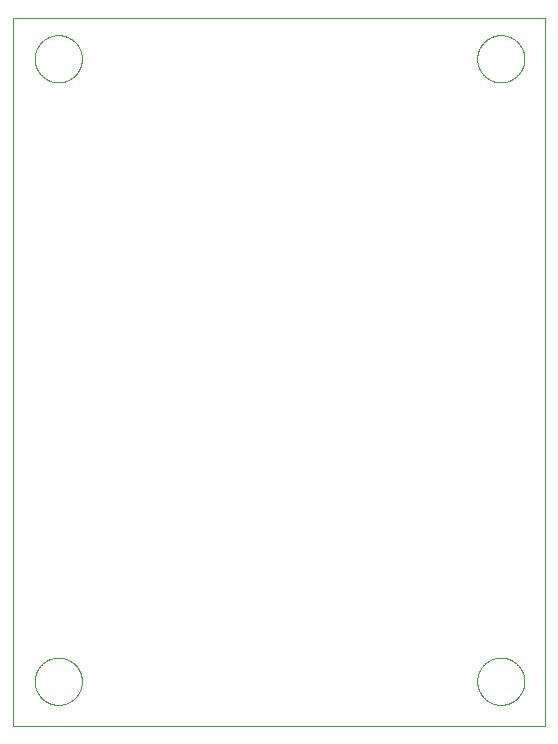
<source format=gko>
G75*
%MOIN*%
%OFA0B0*%
%FSLAX25Y25*%
%IPPOS*%
%LPD*%
%AMOC8*
5,1,8,0,0,1.08239X$1,22.5*
%
%ADD10C,0.00000*%
D10*
X0001787Y0001787D02*
X0001787Y0238008D01*
X0178953Y0238008D01*
X0178953Y0001787D01*
X0001787Y0001787D01*
X0008913Y0016787D02*
X0008915Y0016980D01*
X0008922Y0017173D01*
X0008934Y0017366D01*
X0008951Y0017559D01*
X0008972Y0017751D01*
X0008998Y0017942D01*
X0009029Y0018133D01*
X0009064Y0018323D01*
X0009104Y0018512D01*
X0009149Y0018700D01*
X0009198Y0018887D01*
X0009252Y0019073D01*
X0009310Y0019257D01*
X0009373Y0019440D01*
X0009441Y0019621D01*
X0009512Y0019800D01*
X0009589Y0019978D01*
X0009669Y0020154D01*
X0009754Y0020327D01*
X0009843Y0020499D01*
X0009936Y0020668D01*
X0010033Y0020835D01*
X0010135Y0021000D01*
X0010240Y0021162D01*
X0010349Y0021321D01*
X0010463Y0021478D01*
X0010580Y0021631D01*
X0010700Y0021782D01*
X0010825Y0021930D01*
X0010953Y0022075D01*
X0011084Y0022216D01*
X0011219Y0022355D01*
X0011358Y0022490D01*
X0011499Y0022621D01*
X0011644Y0022749D01*
X0011792Y0022874D01*
X0011943Y0022994D01*
X0012096Y0023111D01*
X0012253Y0023225D01*
X0012412Y0023334D01*
X0012574Y0023439D01*
X0012739Y0023541D01*
X0012906Y0023638D01*
X0013075Y0023731D01*
X0013247Y0023820D01*
X0013420Y0023905D01*
X0013596Y0023985D01*
X0013774Y0024062D01*
X0013953Y0024133D01*
X0014134Y0024201D01*
X0014317Y0024264D01*
X0014501Y0024322D01*
X0014687Y0024376D01*
X0014874Y0024425D01*
X0015062Y0024470D01*
X0015251Y0024510D01*
X0015441Y0024545D01*
X0015632Y0024576D01*
X0015823Y0024602D01*
X0016015Y0024623D01*
X0016208Y0024640D01*
X0016401Y0024652D01*
X0016594Y0024659D01*
X0016787Y0024661D01*
X0016980Y0024659D01*
X0017173Y0024652D01*
X0017366Y0024640D01*
X0017559Y0024623D01*
X0017751Y0024602D01*
X0017942Y0024576D01*
X0018133Y0024545D01*
X0018323Y0024510D01*
X0018512Y0024470D01*
X0018700Y0024425D01*
X0018887Y0024376D01*
X0019073Y0024322D01*
X0019257Y0024264D01*
X0019440Y0024201D01*
X0019621Y0024133D01*
X0019800Y0024062D01*
X0019978Y0023985D01*
X0020154Y0023905D01*
X0020327Y0023820D01*
X0020499Y0023731D01*
X0020668Y0023638D01*
X0020835Y0023541D01*
X0021000Y0023439D01*
X0021162Y0023334D01*
X0021321Y0023225D01*
X0021478Y0023111D01*
X0021631Y0022994D01*
X0021782Y0022874D01*
X0021930Y0022749D01*
X0022075Y0022621D01*
X0022216Y0022490D01*
X0022355Y0022355D01*
X0022490Y0022216D01*
X0022621Y0022075D01*
X0022749Y0021930D01*
X0022874Y0021782D01*
X0022994Y0021631D01*
X0023111Y0021478D01*
X0023225Y0021321D01*
X0023334Y0021162D01*
X0023439Y0021000D01*
X0023541Y0020835D01*
X0023638Y0020668D01*
X0023731Y0020499D01*
X0023820Y0020327D01*
X0023905Y0020154D01*
X0023985Y0019978D01*
X0024062Y0019800D01*
X0024133Y0019621D01*
X0024201Y0019440D01*
X0024264Y0019257D01*
X0024322Y0019073D01*
X0024376Y0018887D01*
X0024425Y0018700D01*
X0024470Y0018512D01*
X0024510Y0018323D01*
X0024545Y0018133D01*
X0024576Y0017942D01*
X0024602Y0017751D01*
X0024623Y0017559D01*
X0024640Y0017366D01*
X0024652Y0017173D01*
X0024659Y0016980D01*
X0024661Y0016787D01*
X0024659Y0016594D01*
X0024652Y0016401D01*
X0024640Y0016208D01*
X0024623Y0016015D01*
X0024602Y0015823D01*
X0024576Y0015632D01*
X0024545Y0015441D01*
X0024510Y0015251D01*
X0024470Y0015062D01*
X0024425Y0014874D01*
X0024376Y0014687D01*
X0024322Y0014501D01*
X0024264Y0014317D01*
X0024201Y0014134D01*
X0024133Y0013953D01*
X0024062Y0013774D01*
X0023985Y0013596D01*
X0023905Y0013420D01*
X0023820Y0013247D01*
X0023731Y0013075D01*
X0023638Y0012906D01*
X0023541Y0012739D01*
X0023439Y0012574D01*
X0023334Y0012412D01*
X0023225Y0012253D01*
X0023111Y0012096D01*
X0022994Y0011943D01*
X0022874Y0011792D01*
X0022749Y0011644D01*
X0022621Y0011499D01*
X0022490Y0011358D01*
X0022355Y0011219D01*
X0022216Y0011084D01*
X0022075Y0010953D01*
X0021930Y0010825D01*
X0021782Y0010700D01*
X0021631Y0010580D01*
X0021478Y0010463D01*
X0021321Y0010349D01*
X0021162Y0010240D01*
X0021000Y0010135D01*
X0020835Y0010033D01*
X0020668Y0009936D01*
X0020499Y0009843D01*
X0020327Y0009754D01*
X0020154Y0009669D01*
X0019978Y0009589D01*
X0019800Y0009512D01*
X0019621Y0009441D01*
X0019440Y0009373D01*
X0019257Y0009310D01*
X0019073Y0009252D01*
X0018887Y0009198D01*
X0018700Y0009149D01*
X0018512Y0009104D01*
X0018323Y0009064D01*
X0018133Y0009029D01*
X0017942Y0008998D01*
X0017751Y0008972D01*
X0017559Y0008951D01*
X0017366Y0008934D01*
X0017173Y0008922D01*
X0016980Y0008915D01*
X0016787Y0008913D01*
X0016594Y0008915D01*
X0016401Y0008922D01*
X0016208Y0008934D01*
X0016015Y0008951D01*
X0015823Y0008972D01*
X0015632Y0008998D01*
X0015441Y0009029D01*
X0015251Y0009064D01*
X0015062Y0009104D01*
X0014874Y0009149D01*
X0014687Y0009198D01*
X0014501Y0009252D01*
X0014317Y0009310D01*
X0014134Y0009373D01*
X0013953Y0009441D01*
X0013774Y0009512D01*
X0013596Y0009589D01*
X0013420Y0009669D01*
X0013247Y0009754D01*
X0013075Y0009843D01*
X0012906Y0009936D01*
X0012739Y0010033D01*
X0012574Y0010135D01*
X0012412Y0010240D01*
X0012253Y0010349D01*
X0012096Y0010463D01*
X0011943Y0010580D01*
X0011792Y0010700D01*
X0011644Y0010825D01*
X0011499Y0010953D01*
X0011358Y0011084D01*
X0011219Y0011219D01*
X0011084Y0011358D01*
X0010953Y0011499D01*
X0010825Y0011644D01*
X0010700Y0011792D01*
X0010580Y0011943D01*
X0010463Y0012096D01*
X0010349Y0012253D01*
X0010240Y0012412D01*
X0010135Y0012574D01*
X0010033Y0012739D01*
X0009936Y0012906D01*
X0009843Y0013075D01*
X0009754Y0013247D01*
X0009669Y0013420D01*
X0009589Y0013596D01*
X0009512Y0013774D01*
X0009441Y0013953D01*
X0009373Y0014134D01*
X0009310Y0014317D01*
X0009252Y0014501D01*
X0009198Y0014687D01*
X0009149Y0014874D01*
X0009104Y0015062D01*
X0009064Y0015251D01*
X0009029Y0015441D01*
X0008998Y0015632D01*
X0008972Y0015823D01*
X0008951Y0016015D01*
X0008934Y0016208D01*
X0008922Y0016401D01*
X0008915Y0016594D01*
X0008913Y0016787D01*
X0156413Y0016787D02*
X0156415Y0016980D01*
X0156422Y0017173D01*
X0156434Y0017366D01*
X0156451Y0017559D01*
X0156472Y0017751D01*
X0156498Y0017942D01*
X0156529Y0018133D01*
X0156564Y0018323D01*
X0156604Y0018512D01*
X0156649Y0018700D01*
X0156698Y0018887D01*
X0156752Y0019073D01*
X0156810Y0019257D01*
X0156873Y0019440D01*
X0156941Y0019621D01*
X0157012Y0019800D01*
X0157089Y0019978D01*
X0157169Y0020154D01*
X0157254Y0020327D01*
X0157343Y0020499D01*
X0157436Y0020668D01*
X0157533Y0020835D01*
X0157635Y0021000D01*
X0157740Y0021162D01*
X0157849Y0021321D01*
X0157963Y0021478D01*
X0158080Y0021631D01*
X0158200Y0021782D01*
X0158325Y0021930D01*
X0158453Y0022075D01*
X0158584Y0022216D01*
X0158719Y0022355D01*
X0158858Y0022490D01*
X0158999Y0022621D01*
X0159144Y0022749D01*
X0159292Y0022874D01*
X0159443Y0022994D01*
X0159596Y0023111D01*
X0159753Y0023225D01*
X0159912Y0023334D01*
X0160074Y0023439D01*
X0160239Y0023541D01*
X0160406Y0023638D01*
X0160575Y0023731D01*
X0160747Y0023820D01*
X0160920Y0023905D01*
X0161096Y0023985D01*
X0161274Y0024062D01*
X0161453Y0024133D01*
X0161634Y0024201D01*
X0161817Y0024264D01*
X0162001Y0024322D01*
X0162187Y0024376D01*
X0162374Y0024425D01*
X0162562Y0024470D01*
X0162751Y0024510D01*
X0162941Y0024545D01*
X0163132Y0024576D01*
X0163323Y0024602D01*
X0163515Y0024623D01*
X0163708Y0024640D01*
X0163901Y0024652D01*
X0164094Y0024659D01*
X0164287Y0024661D01*
X0164480Y0024659D01*
X0164673Y0024652D01*
X0164866Y0024640D01*
X0165059Y0024623D01*
X0165251Y0024602D01*
X0165442Y0024576D01*
X0165633Y0024545D01*
X0165823Y0024510D01*
X0166012Y0024470D01*
X0166200Y0024425D01*
X0166387Y0024376D01*
X0166573Y0024322D01*
X0166757Y0024264D01*
X0166940Y0024201D01*
X0167121Y0024133D01*
X0167300Y0024062D01*
X0167478Y0023985D01*
X0167654Y0023905D01*
X0167827Y0023820D01*
X0167999Y0023731D01*
X0168168Y0023638D01*
X0168335Y0023541D01*
X0168500Y0023439D01*
X0168662Y0023334D01*
X0168821Y0023225D01*
X0168978Y0023111D01*
X0169131Y0022994D01*
X0169282Y0022874D01*
X0169430Y0022749D01*
X0169575Y0022621D01*
X0169716Y0022490D01*
X0169855Y0022355D01*
X0169990Y0022216D01*
X0170121Y0022075D01*
X0170249Y0021930D01*
X0170374Y0021782D01*
X0170494Y0021631D01*
X0170611Y0021478D01*
X0170725Y0021321D01*
X0170834Y0021162D01*
X0170939Y0021000D01*
X0171041Y0020835D01*
X0171138Y0020668D01*
X0171231Y0020499D01*
X0171320Y0020327D01*
X0171405Y0020154D01*
X0171485Y0019978D01*
X0171562Y0019800D01*
X0171633Y0019621D01*
X0171701Y0019440D01*
X0171764Y0019257D01*
X0171822Y0019073D01*
X0171876Y0018887D01*
X0171925Y0018700D01*
X0171970Y0018512D01*
X0172010Y0018323D01*
X0172045Y0018133D01*
X0172076Y0017942D01*
X0172102Y0017751D01*
X0172123Y0017559D01*
X0172140Y0017366D01*
X0172152Y0017173D01*
X0172159Y0016980D01*
X0172161Y0016787D01*
X0172159Y0016594D01*
X0172152Y0016401D01*
X0172140Y0016208D01*
X0172123Y0016015D01*
X0172102Y0015823D01*
X0172076Y0015632D01*
X0172045Y0015441D01*
X0172010Y0015251D01*
X0171970Y0015062D01*
X0171925Y0014874D01*
X0171876Y0014687D01*
X0171822Y0014501D01*
X0171764Y0014317D01*
X0171701Y0014134D01*
X0171633Y0013953D01*
X0171562Y0013774D01*
X0171485Y0013596D01*
X0171405Y0013420D01*
X0171320Y0013247D01*
X0171231Y0013075D01*
X0171138Y0012906D01*
X0171041Y0012739D01*
X0170939Y0012574D01*
X0170834Y0012412D01*
X0170725Y0012253D01*
X0170611Y0012096D01*
X0170494Y0011943D01*
X0170374Y0011792D01*
X0170249Y0011644D01*
X0170121Y0011499D01*
X0169990Y0011358D01*
X0169855Y0011219D01*
X0169716Y0011084D01*
X0169575Y0010953D01*
X0169430Y0010825D01*
X0169282Y0010700D01*
X0169131Y0010580D01*
X0168978Y0010463D01*
X0168821Y0010349D01*
X0168662Y0010240D01*
X0168500Y0010135D01*
X0168335Y0010033D01*
X0168168Y0009936D01*
X0167999Y0009843D01*
X0167827Y0009754D01*
X0167654Y0009669D01*
X0167478Y0009589D01*
X0167300Y0009512D01*
X0167121Y0009441D01*
X0166940Y0009373D01*
X0166757Y0009310D01*
X0166573Y0009252D01*
X0166387Y0009198D01*
X0166200Y0009149D01*
X0166012Y0009104D01*
X0165823Y0009064D01*
X0165633Y0009029D01*
X0165442Y0008998D01*
X0165251Y0008972D01*
X0165059Y0008951D01*
X0164866Y0008934D01*
X0164673Y0008922D01*
X0164480Y0008915D01*
X0164287Y0008913D01*
X0164094Y0008915D01*
X0163901Y0008922D01*
X0163708Y0008934D01*
X0163515Y0008951D01*
X0163323Y0008972D01*
X0163132Y0008998D01*
X0162941Y0009029D01*
X0162751Y0009064D01*
X0162562Y0009104D01*
X0162374Y0009149D01*
X0162187Y0009198D01*
X0162001Y0009252D01*
X0161817Y0009310D01*
X0161634Y0009373D01*
X0161453Y0009441D01*
X0161274Y0009512D01*
X0161096Y0009589D01*
X0160920Y0009669D01*
X0160747Y0009754D01*
X0160575Y0009843D01*
X0160406Y0009936D01*
X0160239Y0010033D01*
X0160074Y0010135D01*
X0159912Y0010240D01*
X0159753Y0010349D01*
X0159596Y0010463D01*
X0159443Y0010580D01*
X0159292Y0010700D01*
X0159144Y0010825D01*
X0158999Y0010953D01*
X0158858Y0011084D01*
X0158719Y0011219D01*
X0158584Y0011358D01*
X0158453Y0011499D01*
X0158325Y0011644D01*
X0158200Y0011792D01*
X0158080Y0011943D01*
X0157963Y0012096D01*
X0157849Y0012253D01*
X0157740Y0012412D01*
X0157635Y0012574D01*
X0157533Y0012739D01*
X0157436Y0012906D01*
X0157343Y0013075D01*
X0157254Y0013247D01*
X0157169Y0013420D01*
X0157089Y0013596D01*
X0157012Y0013774D01*
X0156941Y0013953D01*
X0156873Y0014134D01*
X0156810Y0014317D01*
X0156752Y0014501D01*
X0156698Y0014687D01*
X0156649Y0014874D01*
X0156604Y0015062D01*
X0156564Y0015251D01*
X0156529Y0015441D01*
X0156498Y0015632D01*
X0156472Y0015823D01*
X0156451Y0016015D01*
X0156434Y0016208D01*
X0156422Y0016401D01*
X0156415Y0016594D01*
X0156413Y0016787D01*
X0156413Y0224287D02*
X0156415Y0224480D01*
X0156422Y0224673D01*
X0156434Y0224866D01*
X0156451Y0225059D01*
X0156472Y0225251D01*
X0156498Y0225442D01*
X0156529Y0225633D01*
X0156564Y0225823D01*
X0156604Y0226012D01*
X0156649Y0226200D01*
X0156698Y0226387D01*
X0156752Y0226573D01*
X0156810Y0226757D01*
X0156873Y0226940D01*
X0156941Y0227121D01*
X0157012Y0227300D01*
X0157089Y0227478D01*
X0157169Y0227654D01*
X0157254Y0227827D01*
X0157343Y0227999D01*
X0157436Y0228168D01*
X0157533Y0228335D01*
X0157635Y0228500D01*
X0157740Y0228662D01*
X0157849Y0228821D01*
X0157963Y0228978D01*
X0158080Y0229131D01*
X0158200Y0229282D01*
X0158325Y0229430D01*
X0158453Y0229575D01*
X0158584Y0229716D01*
X0158719Y0229855D01*
X0158858Y0229990D01*
X0158999Y0230121D01*
X0159144Y0230249D01*
X0159292Y0230374D01*
X0159443Y0230494D01*
X0159596Y0230611D01*
X0159753Y0230725D01*
X0159912Y0230834D01*
X0160074Y0230939D01*
X0160239Y0231041D01*
X0160406Y0231138D01*
X0160575Y0231231D01*
X0160747Y0231320D01*
X0160920Y0231405D01*
X0161096Y0231485D01*
X0161274Y0231562D01*
X0161453Y0231633D01*
X0161634Y0231701D01*
X0161817Y0231764D01*
X0162001Y0231822D01*
X0162187Y0231876D01*
X0162374Y0231925D01*
X0162562Y0231970D01*
X0162751Y0232010D01*
X0162941Y0232045D01*
X0163132Y0232076D01*
X0163323Y0232102D01*
X0163515Y0232123D01*
X0163708Y0232140D01*
X0163901Y0232152D01*
X0164094Y0232159D01*
X0164287Y0232161D01*
X0164480Y0232159D01*
X0164673Y0232152D01*
X0164866Y0232140D01*
X0165059Y0232123D01*
X0165251Y0232102D01*
X0165442Y0232076D01*
X0165633Y0232045D01*
X0165823Y0232010D01*
X0166012Y0231970D01*
X0166200Y0231925D01*
X0166387Y0231876D01*
X0166573Y0231822D01*
X0166757Y0231764D01*
X0166940Y0231701D01*
X0167121Y0231633D01*
X0167300Y0231562D01*
X0167478Y0231485D01*
X0167654Y0231405D01*
X0167827Y0231320D01*
X0167999Y0231231D01*
X0168168Y0231138D01*
X0168335Y0231041D01*
X0168500Y0230939D01*
X0168662Y0230834D01*
X0168821Y0230725D01*
X0168978Y0230611D01*
X0169131Y0230494D01*
X0169282Y0230374D01*
X0169430Y0230249D01*
X0169575Y0230121D01*
X0169716Y0229990D01*
X0169855Y0229855D01*
X0169990Y0229716D01*
X0170121Y0229575D01*
X0170249Y0229430D01*
X0170374Y0229282D01*
X0170494Y0229131D01*
X0170611Y0228978D01*
X0170725Y0228821D01*
X0170834Y0228662D01*
X0170939Y0228500D01*
X0171041Y0228335D01*
X0171138Y0228168D01*
X0171231Y0227999D01*
X0171320Y0227827D01*
X0171405Y0227654D01*
X0171485Y0227478D01*
X0171562Y0227300D01*
X0171633Y0227121D01*
X0171701Y0226940D01*
X0171764Y0226757D01*
X0171822Y0226573D01*
X0171876Y0226387D01*
X0171925Y0226200D01*
X0171970Y0226012D01*
X0172010Y0225823D01*
X0172045Y0225633D01*
X0172076Y0225442D01*
X0172102Y0225251D01*
X0172123Y0225059D01*
X0172140Y0224866D01*
X0172152Y0224673D01*
X0172159Y0224480D01*
X0172161Y0224287D01*
X0172159Y0224094D01*
X0172152Y0223901D01*
X0172140Y0223708D01*
X0172123Y0223515D01*
X0172102Y0223323D01*
X0172076Y0223132D01*
X0172045Y0222941D01*
X0172010Y0222751D01*
X0171970Y0222562D01*
X0171925Y0222374D01*
X0171876Y0222187D01*
X0171822Y0222001D01*
X0171764Y0221817D01*
X0171701Y0221634D01*
X0171633Y0221453D01*
X0171562Y0221274D01*
X0171485Y0221096D01*
X0171405Y0220920D01*
X0171320Y0220747D01*
X0171231Y0220575D01*
X0171138Y0220406D01*
X0171041Y0220239D01*
X0170939Y0220074D01*
X0170834Y0219912D01*
X0170725Y0219753D01*
X0170611Y0219596D01*
X0170494Y0219443D01*
X0170374Y0219292D01*
X0170249Y0219144D01*
X0170121Y0218999D01*
X0169990Y0218858D01*
X0169855Y0218719D01*
X0169716Y0218584D01*
X0169575Y0218453D01*
X0169430Y0218325D01*
X0169282Y0218200D01*
X0169131Y0218080D01*
X0168978Y0217963D01*
X0168821Y0217849D01*
X0168662Y0217740D01*
X0168500Y0217635D01*
X0168335Y0217533D01*
X0168168Y0217436D01*
X0167999Y0217343D01*
X0167827Y0217254D01*
X0167654Y0217169D01*
X0167478Y0217089D01*
X0167300Y0217012D01*
X0167121Y0216941D01*
X0166940Y0216873D01*
X0166757Y0216810D01*
X0166573Y0216752D01*
X0166387Y0216698D01*
X0166200Y0216649D01*
X0166012Y0216604D01*
X0165823Y0216564D01*
X0165633Y0216529D01*
X0165442Y0216498D01*
X0165251Y0216472D01*
X0165059Y0216451D01*
X0164866Y0216434D01*
X0164673Y0216422D01*
X0164480Y0216415D01*
X0164287Y0216413D01*
X0164094Y0216415D01*
X0163901Y0216422D01*
X0163708Y0216434D01*
X0163515Y0216451D01*
X0163323Y0216472D01*
X0163132Y0216498D01*
X0162941Y0216529D01*
X0162751Y0216564D01*
X0162562Y0216604D01*
X0162374Y0216649D01*
X0162187Y0216698D01*
X0162001Y0216752D01*
X0161817Y0216810D01*
X0161634Y0216873D01*
X0161453Y0216941D01*
X0161274Y0217012D01*
X0161096Y0217089D01*
X0160920Y0217169D01*
X0160747Y0217254D01*
X0160575Y0217343D01*
X0160406Y0217436D01*
X0160239Y0217533D01*
X0160074Y0217635D01*
X0159912Y0217740D01*
X0159753Y0217849D01*
X0159596Y0217963D01*
X0159443Y0218080D01*
X0159292Y0218200D01*
X0159144Y0218325D01*
X0158999Y0218453D01*
X0158858Y0218584D01*
X0158719Y0218719D01*
X0158584Y0218858D01*
X0158453Y0218999D01*
X0158325Y0219144D01*
X0158200Y0219292D01*
X0158080Y0219443D01*
X0157963Y0219596D01*
X0157849Y0219753D01*
X0157740Y0219912D01*
X0157635Y0220074D01*
X0157533Y0220239D01*
X0157436Y0220406D01*
X0157343Y0220575D01*
X0157254Y0220747D01*
X0157169Y0220920D01*
X0157089Y0221096D01*
X0157012Y0221274D01*
X0156941Y0221453D01*
X0156873Y0221634D01*
X0156810Y0221817D01*
X0156752Y0222001D01*
X0156698Y0222187D01*
X0156649Y0222374D01*
X0156604Y0222562D01*
X0156564Y0222751D01*
X0156529Y0222941D01*
X0156498Y0223132D01*
X0156472Y0223323D01*
X0156451Y0223515D01*
X0156434Y0223708D01*
X0156422Y0223901D01*
X0156415Y0224094D01*
X0156413Y0224287D01*
X0008913Y0224287D02*
X0008915Y0224480D01*
X0008922Y0224673D01*
X0008934Y0224866D01*
X0008951Y0225059D01*
X0008972Y0225251D01*
X0008998Y0225442D01*
X0009029Y0225633D01*
X0009064Y0225823D01*
X0009104Y0226012D01*
X0009149Y0226200D01*
X0009198Y0226387D01*
X0009252Y0226573D01*
X0009310Y0226757D01*
X0009373Y0226940D01*
X0009441Y0227121D01*
X0009512Y0227300D01*
X0009589Y0227478D01*
X0009669Y0227654D01*
X0009754Y0227827D01*
X0009843Y0227999D01*
X0009936Y0228168D01*
X0010033Y0228335D01*
X0010135Y0228500D01*
X0010240Y0228662D01*
X0010349Y0228821D01*
X0010463Y0228978D01*
X0010580Y0229131D01*
X0010700Y0229282D01*
X0010825Y0229430D01*
X0010953Y0229575D01*
X0011084Y0229716D01*
X0011219Y0229855D01*
X0011358Y0229990D01*
X0011499Y0230121D01*
X0011644Y0230249D01*
X0011792Y0230374D01*
X0011943Y0230494D01*
X0012096Y0230611D01*
X0012253Y0230725D01*
X0012412Y0230834D01*
X0012574Y0230939D01*
X0012739Y0231041D01*
X0012906Y0231138D01*
X0013075Y0231231D01*
X0013247Y0231320D01*
X0013420Y0231405D01*
X0013596Y0231485D01*
X0013774Y0231562D01*
X0013953Y0231633D01*
X0014134Y0231701D01*
X0014317Y0231764D01*
X0014501Y0231822D01*
X0014687Y0231876D01*
X0014874Y0231925D01*
X0015062Y0231970D01*
X0015251Y0232010D01*
X0015441Y0232045D01*
X0015632Y0232076D01*
X0015823Y0232102D01*
X0016015Y0232123D01*
X0016208Y0232140D01*
X0016401Y0232152D01*
X0016594Y0232159D01*
X0016787Y0232161D01*
X0016980Y0232159D01*
X0017173Y0232152D01*
X0017366Y0232140D01*
X0017559Y0232123D01*
X0017751Y0232102D01*
X0017942Y0232076D01*
X0018133Y0232045D01*
X0018323Y0232010D01*
X0018512Y0231970D01*
X0018700Y0231925D01*
X0018887Y0231876D01*
X0019073Y0231822D01*
X0019257Y0231764D01*
X0019440Y0231701D01*
X0019621Y0231633D01*
X0019800Y0231562D01*
X0019978Y0231485D01*
X0020154Y0231405D01*
X0020327Y0231320D01*
X0020499Y0231231D01*
X0020668Y0231138D01*
X0020835Y0231041D01*
X0021000Y0230939D01*
X0021162Y0230834D01*
X0021321Y0230725D01*
X0021478Y0230611D01*
X0021631Y0230494D01*
X0021782Y0230374D01*
X0021930Y0230249D01*
X0022075Y0230121D01*
X0022216Y0229990D01*
X0022355Y0229855D01*
X0022490Y0229716D01*
X0022621Y0229575D01*
X0022749Y0229430D01*
X0022874Y0229282D01*
X0022994Y0229131D01*
X0023111Y0228978D01*
X0023225Y0228821D01*
X0023334Y0228662D01*
X0023439Y0228500D01*
X0023541Y0228335D01*
X0023638Y0228168D01*
X0023731Y0227999D01*
X0023820Y0227827D01*
X0023905Y0227654D01*
X0023985Y0227478D01*
X0024062Y0227300D01*
X0024133Y0227121D01*
X0024201Y0226940D01*
X0024264Y0226757D01*
X0024322Y0226573D01*
X0024376Y0226387D01*
X0024425Y0226200D01*
X0024470Y0226012D01*
X0024510Y0225823D01*
X0024545Y0225633D01*
X0024576Y0225442D01*
X0024602Y0225251D01*
X0024623Y0225059D01*
X0024640Y0224866D01*
X0024652Y0224673D01*
X0024659Y0224480D01*
X0024661Y0224287D01*
X0024659Y0224094D01*
X0024652Y0223901D01*
X0024640Y0223708D01*
X0024623Y0223515D01*
X0024602Y0223323D01*
X0024576Y0223132D01*
X0024545Y0222941D01*
X0024510Y0222751D01*
X0024470Y0222562D01*
X0024425Y0222374D01*
X0024376Y0222187D01*
X0024322Y0222001D01*
X0024264Y0221817D01*
X0024201Y0221634D01*
X0024133Y0221453D01*
X0024062Y0221274D01*
X0023985Y0221096D01*
X0023905Y0220920D01*
X0023820Y0220747D01*
X0023731Y0220575D01*
X0023638Y0220406D01*
X0023541Y0220239D01*
X0023439Y0220074D01*
X0023334Y0219912D01*
X0023225Y0219753D01*
X0023111Y0219596D01*
X0022994Y0219443D01*
X0022874Y0219292D01*
X0022749Y0219144D01*
X0022621Y0218999D01*
X0022490Y0218858D01*
X0022355Y0218719D01*
X0022216Y0218584D01*
X0022075Y0218453D01*
X0021930Y0218325D01*
X0021782Y0218200D01*
X0021631Y0218080D01*
X0021478Y0217963D01*
X0021321Y0217849D01*
X0021162Y0217740D01*
X0021000Y0217635D01*
X0020835Y0217533D01*
X0020668Y0217436D01*
X0020499Y0217343D01*
X0020327Y0217254D01*
X0020154Y0217169D01*
X0019978Y0217089D01*
X0019800Y0217012D01*
X0019621Y0216941D01*
X0019440Y0216873D01*
X0019257Y0216810D01*
X0019073Y0216752D01*
X0018887Y0216698D01*
X0018700Y0216649D01*
X0018512Y0216604D01*
X0018323Y0216564D01*
X0018133Y0216529D01*
X0017942Y0216498D01*
X0017751Y0216472D01*
X0017559Y0216451D01*
X0017366Y0216434D01*
X0017173Y0216422D01*
X0016980Y0216415D01*
X0016787Y0216413D01*
X0016594Y0216415D01*
X0016401Y0216422D01*
X0016208Y0216434D01*
X0016015Y0216451D01*
X0015823Y0216472D01*
X0015632Y0216498D01*
X0015441Y0216529D01*
X0015251Y0216564D01*
X0015062Y0216604D01*
X0014874Y0216649D01*
X0014687Y0216698D01*
X0014501Y0216752D01*
X0014317Y0216810D01*
X0014134Y0216873D01*
X0013953Y0216941D01*
X0013774Y0217012D01*
X0013596Y0217089D01*
X0013420Y0217169D01*
X0013247Y0217254D01*
X0013075Y0217343D01*
X0012906Y0217436D01*
X0012739Y0217533D01*
X0012574Y0217635D01*
X0012412Y0217740D01*
X0012253Y0217849D01*
X0012096Y0217963D01*
X0011943Y0218080D01*
X0011792Y0218200D01*
X0011644Y0218325D01*
X0011499Y0218453D01*
X0011358Y0218584D01*
X0011219Y0218719D01*
X0011084Y0218858D01*
X0010953Y0218999D01*
X0010825Y0219144D01*
X0010700Y0219292D01*
X0010580Y0219443D01*
X0010463Y0219596D01*
X0010349Y0219753D01*
X0010240Y0219912D01*
X0010135Y0220074D01*
X0010033Y0220239D01*
X0009936Y0220406D01*
X0009843Y0220575D01*
X0009754Y0220747D01*
X0009669Y0220920D01*
X0009589Y0221096D01*
X0009512Y0221274D01*
X0009441Y0221453D01*
X0009373Y0221634D01*
X0009310Y0221817D01*
X0009252Y0222001D01*
X0009198Y0222187D01*
X0009149Y0222374D01*
X0009104Y0222562D01*
X0009064Y0222751D01*
X0009029Y0222941D01*
X0008998Y0223132D01*
X0008972Y0223323D01*
X0008951Y0223515D01*
X0008934Y0223708D01*
X0008922Y0223901D01*
X0008915Y0224094D01*
X0008913Y0224287D01*
M02*

</source>
